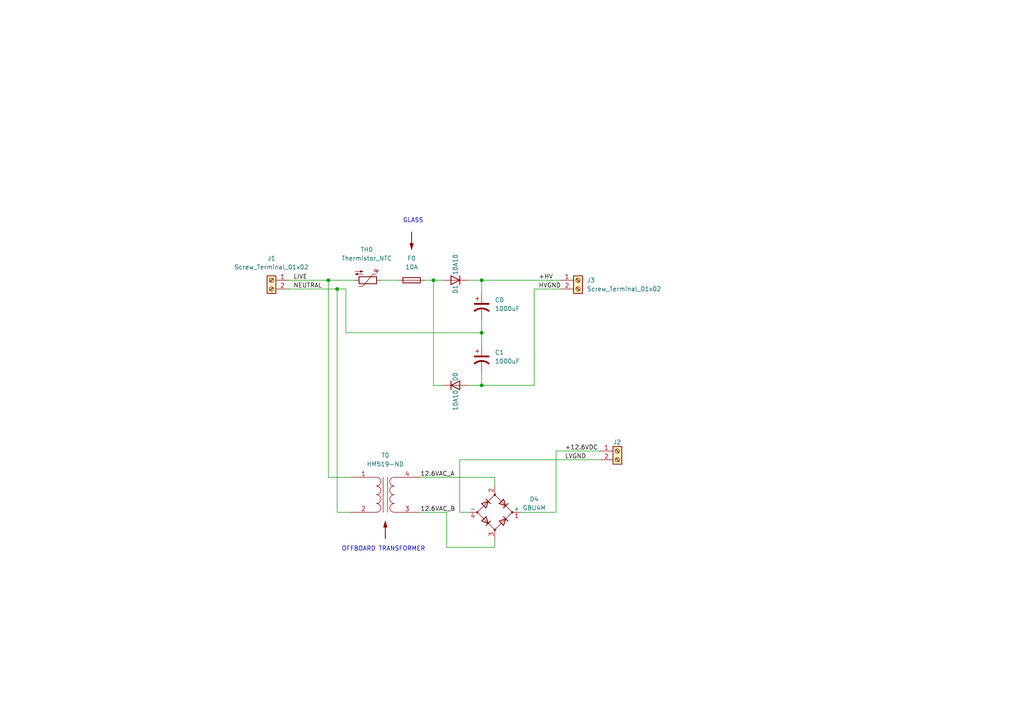
<source format=kicad_sch>
(kicad_sch (version 20230121) (generator eeschema)
  (paper "A4")
  (lib_symbols
    (symbol "Connector:Screw_Terminal_01x02" (pin_names (offset 1.016) hide)
      (property "Reference" "J" (at 0 2.54 0))
      (property "Value" "Screw_Terminal_01x02" (at 0 -5.08 0))
      (symbol "Screw_Terminal_01x02_1_1"
        (rectangle (start -1.27 1.27) (end 1.27 -3.81) (stroke (width 0.254)) (fill (type background)))
        (circle (center 0 -2.54) (radius 0.635) (stroke (width 0.1524)))
        (polyline (pts (xy -0.5334 -2.2098) (xy 0.3302 -3.048)) (stroke (width 0.1524)))
        (polyline (pts (xy -0.5334 0.3302) (xy 0.3302 -0.508)) (stroke (width 0.1524)))
        (polyline (pts (xy -0.3556 -2.032) (xy 0.508 -2.8702)) (stroke (width 0.1524)))
        (polyline (pts (xy -0.3556 0.508) (xy 0.508 -0.3302)) (stroke (width 0.1524)))
        (circle (center 0 0) (radius 0.635) (stroke (width 0.1524)))
        (pin passive line (at -5.08 0 0) (length 3.81) (name "Pin_1") (number "1"))
        (pin passive line (at -5.08 -2.54 0) (length 3.81) (name "Pin_2") (number "2"))
      )
    )
    (symbol "Device:C_Polarized_US" (pin_numbers hide) (pin_names (offset 0.254) hide)
      (property "Reference" "C" (at 0.635 2.54 0))
      (property "Value" "C_Polarized_US" (at 0.635 -2.54 0))
      (symbol "C_Polarized_US_0_1"
        (polyline (pts (xy -2.032 0.762) (xy 2.032 0.762)) (stroke (width 0.508)))
        (polyline (pts (xy -1.778 2.286) (xy -0.762 2.286)))
        (polyline (pts (xy -1.27 1.778) (xy -1.27 2.794)))
        (arc (start 2.032 -1.27) (mid 0 -0.5572) (end -2.032 -1.27) (stroke (width 0.508)))
      )
      (symbol "C_Polarized_US_1_1"
        (pin passive line (at 0 3.81 270) (length 2.794) (name "~") (number "1"))
        (pin passive line (at 0 -3.81 90) (length 3.302) (name "~") (number "2"))
      )
    )
    (symbol "Device:D" (pin_numbers hide) (pin_names (offset 1.016) hide)
      (property "Reference" "D" (at 0 2.54 0))
      (property "Value" "D" (at 0 -2.54 0))
      (symbol "D_0_1"
        (polyline (pts (xy -1.27 1.27) (xy -1.27 -1.27)) (stroke (width 0.254)))
        (polyline (pts (xy 1.27 0) (xy -1.27 0)))
        (polyline (pts (xy 1.27 1.27) (xy 1.27 -1.27) (xy -1.27 0) (xy 1.27 1.27)) (stroke (width 0.254)))
      )
      (symbol "D_1_1"
        (pin passive line (at -3.81 0 0) (length 2.54) (name "K") (number "1"))
        (pin passive line (at 3.81 0 180) (length 2.54) (name "A") (number "2"))
      )
    )
    (symbol "Device:D_Bridge_+AA-" (pin_names (offset 0))
      (property "Reference" "D" (at 2.54 6.985 0))
      (property "Value" "D_Bridge_+AA-" (at 2.54 5.08 0))
      (symbol "D_Bridge_+AA-_0_1"
        (circle (center -5.08 0) (radius 0.254) (fill (type outline)))
        (circle (center 0 -5.08) (radius 0.254) (fill (type outline)))
        (polyline (pts (xy -2.54 3.81) (xy -1.27 2.54)) (stroke (width 0.254)))
        (polyline (pts (xy -1.27 -2.54) (xy -2.54 -3.81)) (stroke (width 0.254)))
        (polyline (pts (xy 2.54 -1.27) (xy 3.81 -2.54)) (stroke (width 0.254)))
        (polyline (pts (xy 2.54 1.27) (xy 3.81 2.54)) (stroke (width 0.254)))
        (polyline (pts (xy -3.81 2.54) (xy -2.54 1.27) (xy -1.905 3.175) (xy -3.81 2.54)) (stroke (width 0.254)))
        (polyline (pts (xy -2.54 -1.27) (xy -3.81 -2.54) (xy -1.905 -3.175) (xy -2.54 -1.27)) (stroke (width 0.254)))
        (polyline (pts (xy 1.27 2.54) (xy 2.54 3.81) (xy 3.175 1.905) (xy 1.27 2.54)) (stroke (width 0.254)))
        (polyline (pts (xy 3.175 -1.905) (xy 1.27 -2.54) (xy 2.54 -3.81) (xy 3.175 -1.905)) (stroke (width 0.254)))
        (polyline (pts (xy -5.08 0) (xy 0 -5.08) (xy 5.08 0) (xy 0 5.08) (xy -5.08 0)))
        (circle (center 0 5.08) (radius 0.254) (fill (type outline)))
        (circle (center 5.08 0) (radius 0.254) (fill (type outline)))
      )
      (symbol "D_Bridge_+AA-_1_1"
        (pin passive line (at 7.62 0 180) (length 2.54) (name "+") (number "1"))
        (pin passive line (at 0 7.62 270) (length 2.54) (name "~") (number "2"))
        (pin passive line (at 0 -7.62 90) (length 2.54) (name "~") (number "3"))
        (pin passive line (at -7.62 0 0) (length 2.54) (name "-") (number "4"))
      )
    )
    (symbol "Device:Fuse" (pin_numbers hide) (pin_names (offset 0))
      (property "Reference" "F" (at 2.032 0 90))
      (property "Value" "Fuse" (at -1.905 0 90))
      (symbol "Fuse_0_1"
        (rectangle (start -0.762 -2.54) (end 0.762 2.54) (stroke (width 0.254)))
        (polyline (pts (xy 0 2.54) (xy 0 -2.54)))
      )
      (symbol "Fuse_1_1"
        (pin passive line (at 0 3.81 270) (length 1.27) (name "~") (number "1"))
        (pin passive line (at 0 -3.81 90) (length 1.27) (name "~") (number "2"))
      )
    )
    (symbol "Device:Thermistor_NTC" (pin_numbers hide) (pin_names (offset 0))
      (property "Reference" "TH" (at -4.445 0 90))
      (property "Value" "Thermistor_NTC" (at 3.175 0 90))
      (symbol "Thermistor_NTC_0_1"
        (arc (start -3.048 2.159) (mid -3.0505 2.3165) (end -3.175 2.413))
        (arc (start -3.048 2.159) (mid -2.9736 1.9794) (end -2.794 1.905))
        (arc (start -3.048 2.794) (mid -2.9736 2.6144) (end -2.794 2.54))
        (arc (start -2.794 1.905) (mid -2.6144 1.9794) (end -2.54 2.159))
        (arc (start -2.794 2.54) (mid -2.434 2.5608) (end -2.159 2.794))
        (arc (start -2.794 3.048) (mid -2.9736 2.9736) (end -3.048 2.794))
        (arc (start -2.54 2.794) (mid -2.6144 2.9736) (end -2.794 3.048))
        (rectangle (start -1.016 2.54) (end 1.016 -2.54) (stroke (width 0.254)))
        (polyline (pts (xy -2.54 2.159) (xy -2.54 2.794)))
        (polyline (pts (xy -1.778 2.54) (xy -1.778 1.524) (xy 1.778 -1.524) (xy 1.778 -2.54)))
        (polyline (pts (xy -2.54 -3.683) (xy -2.54 -1.397) (xy -2.794 -2.159) (xy -2.286 -2.159) (xy -2.54 -1.397) (xy -2.54 -1.651)) (fill (type outline)))
        (polyline (pts (xy -1.778 -1.397) (xy -1.778 -3.683) (xy -2.032 -2.921) (xy -1.524 -2.921) (xy -1.778 -3.683) (xy -1.778 -3.429)) (fill (type outline)))
      )
      (symbol "Thermistor_NTC_1_1"
        (pin passive line (at 0 3.81 270) (length 1.27) (name "~") (number "1"))
        (pin passive line (at 0 -3.81 90) (length 1.27) (name "~") (number "2"))
      )
    )
    (symbol "Device:Transformer_1P_1S" (pin_names (offset 1.016) hide)
      (property "Reference" "T" (at 0 6.35 0))
      (property "Value" "Transformer_1P_1S" (at 0 -7.62 0))
      (symbol "Transformer_1P_1S_0_1"
        (arc (start -2.54 -5.0546) (mid -1.6561 -4.6863) (end -1.27 -3.81))
        (arc (start -2.54 -2.5146) (mid -1.6561 -2.1463) (end -1.27 -1.27))
        (arc (start -2.54 0.0254) (mid -1.6561 0.3937) (end -1.27 1.27))
        (arc (start -2.54 2.5654) (mid -1.6561 2.9337) (end -1.27 3.81))
        (arc (start -1.27 -3.81) (mid -1.642 -2.912) (end -2.54 -2.54))
        (arc (start -1.27 -1.27) (mid -1.642 -0.372) (end -2.54 0))
        (arc (start -1.27 1.27) (mid -1.642 2.168) (end -2.54 2.54))
        (arc (start -1.27 3.81) (mid -1.642 4.708) (end -2.54 5.08))
        (polyline (pts (xy -0.635 5.08) (xy -0.635 -5.08)))
        (polyline (pts (xy 0.635 -5.08) (xy 0.635 5.08)))
        (arc (start 1.2954 -1.27) (mid 1.6599 -2.1501) (end 2.54 -2.5146))
        (arc (start 1.2954 1.27) (mid 1.6599 0.3899) (end 2.54 0.0254))
        (arc (start 1.2954 3.81) (mid 1.6599 2.9299) (end 2.54 2.5654))
        (arc (start 1.3208 -3.81) (mid 1.6853 -4.6901) (end 2.5654 -5.0546))
        (arc (start 2.54 0) (mid 1.6456 -0.3683) (end 1.2954 -1.27))
        (arc (start 2.54 2.54) (mid 1.6456 2.1717) (end 1.2954 1.27))
        (arc (start 2.54 5.08) (mid 1.6456 4.7117) (end 1.2954 3.81))
        (arc (start 2.5654 -2.54) (mid 1.671 -2.9083) (end 1.3208 -3.81))
      )
      (symbol "Transformer_1P_1S_1_1"
        (pin passive line (at -10.16 5.08 0) (length 7.62) (name "AA") (number "1"))
        (pin passive line (at -10.16 -5.08 0) (length 7.62) (name "AB") (number "2"))
        (pin passive line (at 10.16 -5.08 180) (length 7.62) (name "SA") (number "3"))
        (pin passive line (at 10.16 5.08 180) (length 7.62) (name "SB") (number "4"))
      )
    )
    (symbol "Graphic:SYM_Arrow_Normal" (pin_names (offset 1.016))
      (symbol "SYM_Arrow_Normal_0_1"
        (polyline (pts (xy 1.524 0) (xy -2.54 0)) (stroke (width 0.254)))
        (polyline (pts (xy 2.54 0) (xy 0.762 -0.508) (xy 0.762 0.508) (xy 2.54 0)) (fill (type outline)))
      )
    )
  )
  (junction (at 139.7 81.28))
  (junction (at 95.25 81.28))
  (junction (at 125.73 81.28))
  (junction (at 139.7 96.52))
  (junction (at 139.7 111.76))
  (junction (at 97.79 83.82))
  (wire (pts (xy 139.7 92.71) (xy 139.7 96.52)))
  (wire (pts (xy 83.82 81.28) (xy 95.25 81.28)))
  (wire (pts (xy 97.79 83.82) (xy 97.79 148.59)))
  (wire (pts (xy 133.35 133.35) (xy 173.99 133.35)))
  (wire (pts (xy 121.92 138.43) (xy 143.51 138.43)))
  (wire (pts (xy 125.73 81.28) (xy 128.27 81.28)))
  (wire (pts (xy 139.7 111.76) (xy 139.7 107.95)))
  (wire (pts (xy 100.33 96.52) (xy 100.33 83.82)))
  (wire (pts (xy 95.25 138.43) (xy 101.6 138.43)))
  (wire (pts (xy 128.27 111.76) (xy 125.73 111.76)))
  (wire (pts (xy 133.35 148.59) (xy 133.35 133.35)))
  (wire (pts (xy 154.94 111.76) (xy 139.7 111.76)))
  (wire (pts (xy 133.35 148.59) (xy 135.89 148.59)))
  (wire (pts (xy 143.51 156.21) (xy 143.51 158.75)))
  (wire (pts (xy 143.51 158.75) (xy 129.54 158.75)))
  (wire (pts (xy 95.25 81.28) (xy 102.87 81.28)))
  (wire (pts (xy 135.89 111.76) (xy 139.7 111.76)))
  (wire (pts (xy 135.89 81.28) (xy 139.7 81.28)))
  (wire (pts (xy 129.54 148.59) (xy 121.92 148.59)))
  (wire (pts (xy 143.51 138.43) (xy 143.51 140.97)))
  (wire (pts (xy 139.7 81.28) (xy 139.7 85.09)))
  (wire (pts (xy 139.7 96.52) (xy 100.33 96.52)))
  (wire (pts (xy 139.7 96.52) (xy 139.7 100.33)))
  (wire (pts (xy 83.82 83.82) (xy 97.79 83.82)))
  (wire (pts (xy 129.54 158.75) (xy 129.54 148.59)))
  (wire (pts (xy 95.25 81.28) (xy 95.25 138.43)))
  (wire (pts (xy 173.99 130.81) (xy 161.29 130.81)))
  (wire (pts (xy 139.7 81.28) (xy 162.56 81.28)))
  (wire (pts (xy 97.79 83.82) (xy 100.33 83.82)))
  (wire (pts (xy 123.19 81.28) (xy 125.73 81.28)))
  (wire (pts (xy 151.13 148.59) (xy 161.29 148.59)))
  (wire (pts (xy 125.73 111.76) (xy 125.73 81.28)))
  (wire (pts (xy 110.49 81.28) (xy 115.57 81.28)))
  (wire (pts (xy 161.29 130.81) (xy 161.29 148.59)))
  (wire (pts (xy 154.94 83.82) (xy 162.56 83.82)))
  (wire (pts (xy 154.94 83.82) (xy 154.94 111.76)))
  (wire (pts (xy 97.79 148.59) (xy 101.6 148.59)))
  (text "GLASS" (at 116.84 64.77 0) (effects (font (size 1.27 1.27)) (justify left bottom)))
  (text "OFFBOARD TRANSFORMER" (at 99.06 160.02 0) (effects (font (size 1.27 1.27)) (justify left bottom)))
  (label "LVGND" (at 163.83 133.35 0))
  (label "+HV" (at 156.21 81.28 0))
  (label "NEUTRAL" (at 85.09 83.82 0))
  (label "+12.6VDC" (at 163.83 130.81 0))
  (label "HVGND" (at 156.21 83.82 0))
  (label "12.6VAC_B" (at 121.92 148.59 0))
  (label "LIVE" (at 85.09 81.28 0))
  (label "12.6VAC_A" (at 121.92 138.43 0))
  (symbol (lib_id "Device:C_Polarized_US") (at 139.7 104.14 0) (unit 1)
    (property "Reference" "C1" (at 143.51 102.2349 0) (effects (justify left)))
    (property "Value" "1000uF" (at 143.51 104.7749 0) (effects (justify left)))
    (property "Footprint" "Capacitor_THT:CP_Radial_D30.0mm_P10.00mm_SnapIn" (effects hide))
    (property "DigiKey Part Number" "399-ELH108M250AS5AA-ND" (effects hide))
  )
  (symbol (lib_id "Connector:Screw_Terminal_01x02") (at 78.74 81.28 0) (mirror y) (unit 1)
    (property "Reference" "J1" (at 78.74 74.93 0))
    (property "Value" "Screw_Terminal_01x02" (at 78.74 77.47 0))
    (property "Footprint" "local:TE_1546833-2" (effects hide))
    (property "DigiKey Part Number" "A112378-ND" (effects hide))
  )
  (symbol (lib_id "Device:D") (at 132.08 111.76 0) (unit 1)
    (property "Reference" "D0" (at 132.08 107.95 90) (effects (justify right)))
    (property "Value" "10A10" (at 132.08 113.03 90) (effects (justify right)))
    (property "Footprint" "Diode_THT:D_P600_R-6_P12.70mm_Horizontal" (effects hide))
    (property "DigiKey Part Number" "3191-10A10-C1-3000-ND" (effects hide))
  )
  (symbol (lib_id "Connector:Screw_Terminal_01x02") (at 179.07 130.81 0) (unit 1)
    (property "Reference" "J2" (at 177.8 128.27 0) (effects (justify left)))
    (property "Value" "Screw_Terminal_01x02" (effects hide))
    (property "Footprint" "local:TE_1546833-2" (effects hide))
    (property "DigiKey Part Number" "A112378-ND" (effects hide))
  )
  (symbol (lib_id "Connector:Screw_Terminal_01x02") (at 167.64 81.28 0) (unit 1)
    (property "Reference" "J3" (at 170.18 81.2799 0) (effects (justify left)))
    (property "Value" "Screw_Terminal_01x02" (at 170.18 83.8199 0) (effects (justify left)))
    (property "Footprint" "local:TE_1546833-2" (effects hide))
    (property "DigiKey Part Number" "A112378-ND" (effects hide))
  )
  (symbol (lib_id "Device:Fuse") (at 119.38 81.28 90) (unit 1)
    (property "Reference" "F0" (at 119.38 74.93 90))
    (property "Value" "10A" (at 119.38 77.47 90))
    (property "Footprint" "Fuse:Fuseholder_Cylinder-5x20mm_Bulgin_FX0456_Vertical_Closed" (effects hide))
    (property "DigiKey Part Number" "708-1427-ND" (effects hide))
  )
  (symbol (lib_id "Device:Transformer_1P_1S") (at 111.76 143.51 0) (unit 1)
    (property "Reference" "T0" (at 111.76 132.08 0))
    (property "Value" "HM519-ND" (at 111.76 134.62 0))
    (property "Footprint" "local:TE_1546833-4" (effects hide))
    (property "DigiKey Part Number" "HM519-ND" (effects hide))
  )
  (symbol (lib_id "Device:Thermistor_NTC") (at 106.68 81.28 270) (unit 1)
    (property "Reference" "TH0" (at 106.3625 72.39 90))
    (property "Value" "Thermistor_NTC" (at 106.3625 74.93 90))
    (property "Footprint" "Varistor:RV_Disc_D21.5mm_W4.3mm_P10mm" (effects hide))
    (property "DigiKey Part Number" "570-1354-ND" (effects hide))
  )
  (symbol (lib_id "Graphic:SYM_Arrow_Normal") (at 111.76 153.67 90) (unit 1)
    (property "Reference" "#SYM2" (effects hide))
    (property "Value" "SYM_Arrow_Normal" (effects hide))
    (property "DigiKey Part Number" "HM519-ND" (effects hide))
  )
  (symbol (lib_id "Device:D") (at 132.08 81.28 180) (unit 1)
    (property "Reference" "D1" (at 132.08 82.55 90) (effects (justify left)))
    (property "Value" "10A10" (at 132.08 73.66 90) (effects (justify left)))
    (property "Footprint" "Diode_THT:D_P600_R-6_P12.70mm_Horizontal" (effects hide))
    (property "DigiKey Part Number" "3191-10A10-C1-3000-ND" (effects hide))
  )
  (symbol (lib_id "Device:C_Polarized_US") (at 139.7 88.9 0) (unit 1)
    (property "Reference" "C0" (at 143.51 86.9949 0) (effects (justify left)))
    (property "Value" "1000uF" (at 143.51 89.5349 0) (effects (justify left)))
    (property "Footprint" "Capacitor_THT:CP_Radial_D30.0mm_P10.00mm_SnapIn" (effects hide))
    (property "DigiKey Part Number" "399-ELH108M250AS5AA-ND" (effects hide))
  )
  (symbol (lib_id "Device:D_Bridge_+AA-") (at 143.51 148.59 0) (unit 1)
    (property "Reference" "D4" (at 154.94 144.78 0))
    (property "Value" "GBU4M" (at 154.94 147.32 0))
    (property "Footprint" "Diode_THT:Diode_Bridge_Vishay_GBU" (effects hide))
    (property "DigiKey Part Number" "GBU4M-ND" (effects hide))
  )
  (symbol (lib_id "Graphic:SYM_Arrow_Normal") (at 119.38 69.85 270) (unit 1)
    (property "Reference" "#SYM1" (effects hide))
    (property "Value" "SYM_Arrow_Normal" (effects hide))
    (property "DigiKey Part Number" "486-1864-ND" (effects hide))
  )
)
</source>
